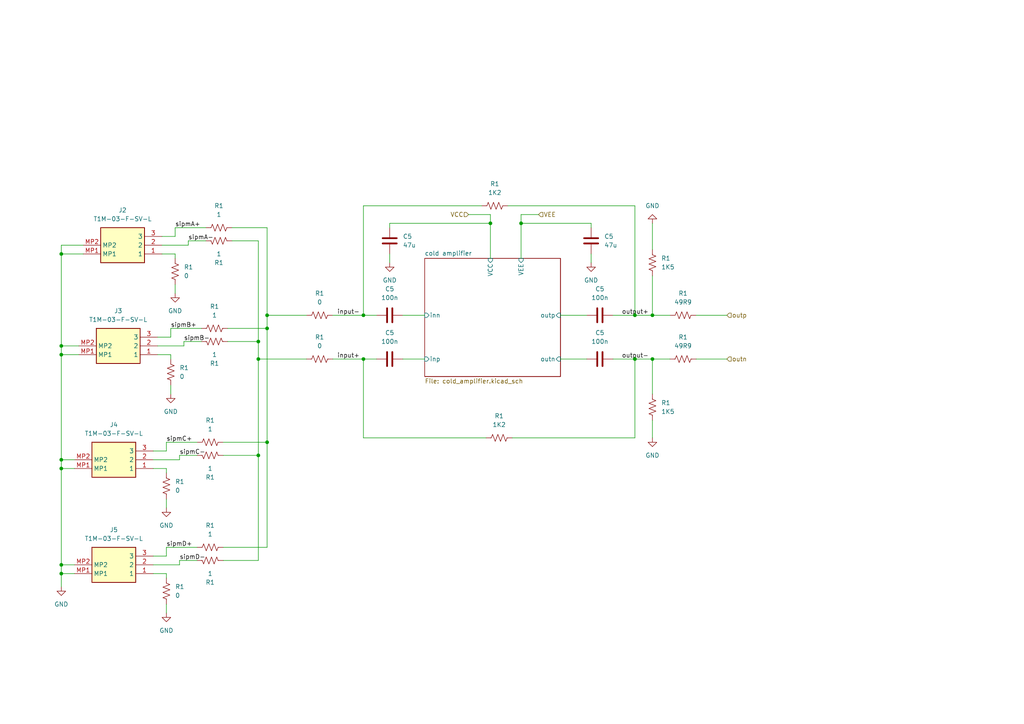
<source format=kicad_sch>
(kicad_sch (version 20230121) (generator eeschema)
  (paper "A4")
  (lib_symbols
    (symbol "Device:C" (pin_numbers hide) (pin_names (offset 0.254))
      (property "Reference" "C" (at 0.635 2.54 0))
      (property "Value" "C" (at 0.635 -2.54 0))
      (symbol "C_0_1"
        (polyline (pts (xy -2.032 -0.762) (xy 2.032 -0.762)) (stroke (width 0.508)))
        (polyline (pts (xy -2.032 0.762) (xy 2.032 0.762)) (stroke (width 0.508)))
      )
      (symbol "C_1_1"
        (pin passive line (at 0 3.81 270) (length 2.794) (name "~") (number "1"))
        (pin passive line (at 0 -3.81 90) (length 2.794) (name "~") (number "2"))
      )
    )
    (symbol "Device:R_US" (pin_numbers hide) (pin_names (offset 0))
      (property "Reference" "R" (at 2.54 0 90))
      (property "Value" "R_US" (at -2.54 0 90))
      (symbol "R_US_0_1"
        (polyline (pts (xy 0 -2.286) (xy 0 -2.54)))
        (polyline (pts (xy 0 2.286) (xy 0 2.54)))
        (polyline (pts (xy 0 -0.762) (xy 1.016 -1.143) (xy 0 -1.524) (xy -1.016 -1.905) (xy 0 -2.286)))
        (polyline (pts (xy 0 0.762) (xy 1.016 0.381) (xy 0 0) (xy -1.016 -0.381) (xy 0 -0.762)))
        (polyline (pts (xy 0 2.286) (xy 1.016 1.905) (xy 0 1.524) (xy -1.016 1.143) (xy 0 0.762)))
      )
      (symbol "R_US_1_1"
        (pin passive line (at 0 3.81 270) (length 1.27) (name "~") (number "1"))
        (pin passive line (at 0 -3.81 90) (length 1.27) (name "~") (number "2"))
      )
    )
    (symbol "ecristal_libraries:T1M-03-F-SV-L"
      (property "Reference" "J" (at 19.05 7.62 0))
      (property "Value" "T1M-03-F-SV-L" (at 19.05 5.08 0))
      (symbol "T1M-03-F-SV-L_1_1"
        (rectangle (start 5.08 2.54) (end 17.78 -7.62) (stroke (width 0.254)) (fill (type background)))
        (pin passive line (at 0 0 0) (length 5.08) (name "1") (number "1"))
        (pin passive line (at 0 -2.54 0) (length 5.08) (name "2") (number "2"))
        (pin passive line (at 0 -5.08 0) (length 5.08) (name "3") (number "3"))
        (pin passive line (at 22.86 0 180) (length 5.08) (name "MP1") (number "MP1"))
        (pin passive line (at 22.86 -2.54 180) (length 5.08) (name "MP2") (number "MP2"))
      )
    )
    (symbol "power:GND" (power) (pin_names (offset 0))
      (property "Value" "GND" (at 0 -3.81 0))
      (symbol "GND_0_1"
        (polyline (pts (xy 0 0) (xy 0 -1.27) (xy 1.27 -1.27) (xy 0 -2.54) (xy -1.27 -1.27) (xy 0 -1.27)))
      )
      (symbol "GND_1_1"
        (pin power_in line (at 0 0 270) (length 0) hide (name "GND") (number "1"))
      )
    )
  )
  (junction (at 105.41 104.14))
  (junction (at 151.13 64.77))
  (junction (at 184.15 104.14))
  (junction (at 74.93 104.14))
  (junction (at 189.23 91.44))
  (junction (at 17.78 163.83))
  (junction (at 17.78 133.35))
  (junction (at 77.47 128.27))
  (junction (at 74.93 99.06))
  (junction (at 17.78 135.89))
  (junction (at 17.78 100.33))
  (junction (at 77.47 91.44))
  (junction (at 74.93 132.08))
  (junction (at 142.24 64.77))
  (junction (at 77.47 95.25))
  (junction (at 17.78 166.37))
  (junction (at 184.15 91.44))
  (junction (at 105.41 91.44))
  (junction (at 17.78 102.87))
  (junction (at 189.23 104.14))
  (junction (at 17.78 73.66))
  (wire (pts (xy 77.47 128.27) (xy 77.47 95.25)))
  (wire (pts (xy 77.47 95.25) (xy 77.47 91.44)))
  (wire (pts (xy 151.13 64.77) (xy 151.13 74.93)))
  (wire (pts (xy 48.26 158.75) (xy 57.15 158.75)))
  (wire (pts (xy 109.22 91.44) (xy 105.41 91.44)))
  (wire (pts (xy 96.52 91.44) (xy 105.41 91.44)))
  (wire (pts (xy 45.72 97.79) (xy 49.53 97.79)))
  (wire (pts (xy 49.53 95.25) (xy 58.42 95.25)))
  (wire (pts (xy 74.93 132.08) (xy 74.93 104.14)))
  (wire (pts (xy 74.93 69.85) (xy 74.93 99.06)))
  (wire (pts (xy 17.78 73.66) (xy 24.13 73.66)))
  (wire (pts (xy 53.34 100.33) (xy 53.34 99.06)))
  (wire (pts (xy 171.45 66.04) (xy 171.45 64.77)))
  (wire (pts (xy 189.23 80.01) (xy 189.23 91.44)))
  (wire (pts (xy 17.78 135.89) (xy 17.78 163.83)))
  (wire (pts (xy 184.15 59.69) (xy 184.15 91.44)))
  (wire (pts (xy 48.26 144.78) (xy 48.26 147.32)))
  (wire (pts (xy 189.23 104.14) (xy 189.23 114.3)))
  (wire (pts (xy 52.07 162.56) (xy 57.15 162.56)))
  (wire (pts (xy 77.47 66.04) (xy 67.31 66.04)))
  (wire (pts (xy 52.07 133.35) (xy 52.07 132.08)))
  (wire (pts (xy 113.03 66.04) (xy 113.03 64.77)))
  (wire (pts (xy 50.8 73.66) (xy 46.99 73.66)))
  (wire (pts (xy 17.78 102.87) (xy 22.86 102.87)))
  (wire (pts (xy 17.78 100.33) (xy 17.78 102.87)))
  (wire (pts (xy 48.26 175.26) (xy 48.26 177.8)))
  (wire (pts (xy 96.52 104.14) (xy 105.41 104.14)))
  (wire (pts (xy 64.77 162.56) (xy 74.93 162.56)))
  (wire (pts (xy 77.47 91.44) (xy 88.9 91.44)))
  (wire (pts (xy 48.26 137.16) (xy 48.26 135.89)))
  (wire (pts (xy 64.77 132.08) (xy 74.93 132.08)))
  (wire (pts (xy 201.93 91.44) (xy 210.82 91.44)))
  (wire (pts (xy 17.78 166.37) (xy 17.78 170.18)))
  (wire (pts (xy 49.53 104.14) (xy 49.53 102.87)))
  (wire (pts (xy 48.26 130.81) (xy 48.26 128.27)))
  (wire (pts (xy 54.61 71.12) (xy 54.61 69.85)))
  (wire (pts (xy 52.07 163.83) (xy 52.07 162.56)))
  (wire (pts (xy 54.61 69.85) (xy 59.69 69.85)))
  (wire (pts (xy 49.53 97.79) (xy 49.53 95.25)))
  (wire (pts (xy 142.24 62.23) (xy 135.89 62.23)))
  (wire (pts (xy 50.8 74.93) (xy 50.8 73.66)))
  (wire (pts (xy 48.26 128.27) (xy 57.15 128.27)))
  (wire (pts (xy 189.23 121.92) (xy 189.23 127)))
  (wire (pts (xy 189.23 64.77) (xy 189.23 72.39)))
  (wire (pts (xy 88.9 104.14) (xy 74.93 104.14)))
  (wire (pts (xy 162.56 91.44) (xy 170.18 91.44)))
  (wire (pts (xy 105.41 127) (xy 105.41 104.14)))
  (wire (pts (xy 77.47 158.75) (xy 77.47 128.27)))
  (wire (pts (xy 48.26 166.37) (xy 44.45 166.37)))
  (wire (pts (xy 116.84 104.14) (xy 123.19 104.14)))
  (wire (pts (xy 189.23 91.44) (xy 194.31 91.44)))
  (wire (pts (xy 21.59 133.35) (xy 17.78 133.35)))
  (wire (pts (xy 49.53 111.76) (xy 49.53 114.3)))
  (wire (pts (xy 50.8 66.04) (xy 59.69 66.04)))
  (wire (pts (xy 148.59 127) (xy 184.15 127)))
  (wire (pts (xy 189.23 104.14) (xy 194.31 104.14)))
  (wire (pts (xy 17.78 100.33) (xy 22.86 100.33)))
  (wire (pts (xy 64.77 158.75) (xy 77.47 158.75)))
  (wire (pts (xy 17.78 133.35) (xy 17.78 135.89)))
  (wire (pts (xy 105.41 91.44) (xy 105.41 59.69)))
  (wire (pts (xy 184.15 104.14) (xy 177.8 104.14)))
  (wire (pts (xy 171.45 64.77) (xy 151.13 64.77)))
  (wire (pts (xy 184.15 104.14) (xy 189.23 104.14)))
  (wire (pts (xy 113.03 73.66) (xy 113.03 76.2)))
  (wire (pts (xy 52.07 132.08) (xy 57.15 132.08)))
  (wire (pts (xy 24.13 71.12) (xy 17.78 71.12)))
  (wire (pts (xy 142.24 74.93) (xy 142.24 64.77)))
  (wire (pts (xy 53.34 99.06) (xy 58.42 99.06)))
  (wire (pts (xy 116.84 91.44) (xy 123.19 91.44)))
  (wire (pts (xy 113.03 64.77) (xy 142.24 64.77)))
  (wire (pts (xy 66.04 95.25) (xy 77.47 95.25)))
  (wire (pts (xy 74.93 162.56) (xy 74.93 132.08)))
  (wire (pts (xy 46.99 68.58) (xy 50.8 68.58)))
  (wire (pts (xy 105.41 104.14) (xy 109.22 104.14)))
  (wire (pts (xy 171.45 73.66) (xy 171.45 76.2)))
  (wire (pts (xy 48.26 135.89) (xy 44.45 135.89)))
  (wire (pts (xy 184.15 91.44) (xy 189.23 91.44)))
  (wire (pts (xy 142.24 64.77) (xy 142.24 62.23)))
  (wire (pts (xy 66.04 99.06) (xy 74.93 99.06)))
  (wire (pts (xy 151.13 62.23) (xy 156.21 62.23)))
  (wire (pts (xy 44.45 163.83) (xy 52.07 163.83)))
  (wire (pts (xy 50.8 68.58) (xy 50.8 66.04)))
  (wire (pts (xy 17.78 163.83) (xy 17.78 166.37)))
  (wire (pts (xy 49.53 102.87) (xy 45.72 102.87)))
  (wire (pts (xy 17.78 73.66) (xy 17.78 100.33)))
  (wire (pts (xy 21.59 163.83) (xy 17.78 163.83)))
  (wire (pts (xy 45.72 100.33) (xy 53.34 100.33)))
  (wire (pts (xy 17.78 71.12) (xy 17.78 73.66)))
  (wire (pts (xy 147.32 59.69) (xy 184.15 59.69)))
  (wire (pts (xy 77.47 91.44) (xy 77.47 66.04)))
  (wire (pts (xy 74.93 69.85) (xy 67.31 69.85)))
  (wire (pts (xy 17.78 166.37) (xy 21.59 166.37)))
  (wire (pts (xy 184.15 91.44) (xy 177.8 91.44)))
  (wire (pts (xy 184.15 127) (xy 184.15 104.14)))
  (wire (pts (xy 44.45 133.35) (xy 52.07 133.35)))
  (wire (pts (xy 48.26 167.64) (xy 48.26 166.37)))
  (wire (pts (xy 48.26 161.29) (xy 48.26 158.75)))
  (wire (pts (xy 17.78 102.87) (xy 17.78 133.35)))
  (wire (pts (xy 44.45 130.81) (xy 48.26 130.81)))
  (wire (pts (xy 105.41 59.69) (xy 139.7 59.69)))
  (wire (pts (xy 151.13 62.23) (xy 151.13 64.77)))
  (wire (pts (xy 74.93 99.06) (xy 74.93 104.14)))
  (wire (pts (xy 50.8 82.55) (xy 50.8 85.09)))
  (wire (pts (xy 46.99 71.12) (xy 54.61 71.12)))
  (wire (pts (xy 17.78 135.89) (xy 21.59 135.89)))
  (wire (pts (xy 64.77 128.27) (xy 77.47 128.27)))
  (wire (pts (xy 201.93 104.14) (xy 210.82 104.14)))
  (wire (pts (xy 162.56 104.14) (xy 170.18 104.14)))
  (wire (pts (xy 44.45 161.29) (xy 48.26 161.29)))
  (wire (pts (xy 140.97 127) (xy 105.41 127)))
  (label "input-" (at 97.79 91.44 0))
  (label "sipmA-" (at 54.61 69.85 0))
  (label "input+" (at 97.79 104.14 0))
  (label "output-" (at 180.34 104.14 0))
  (label "sipmC+" (at 48.26 128.27 0))
  (label "output+" (at 180.34 91.44 0))
  (label "sipmD+" (at 48.26 158.75 0))
  (label "sipmA+" (at 50.8 66.04 0))
  (label "sipmB-" (at 53.34 99.06 0))
  (label "sipmD-" (at 52.07 162.56 0))
  (label "sipmC-" (at 52.07 132.08 0))
  (label "sipmB+" (at 49.53 95.25 0))
  (hierarchical_label "outp" (shape input) (at 210.82 91.44 0))
  (hierarchical_label "outn" (shape input) (at 210.82 104.14 0))
  (hierarchical_label "VEE" (shape input) (at 156.21 62.23 0))
  (hierarchical_label "VCC" (shape input) (at 135.89 62.23 180))
  (symbol (lib_id "Device:R_US") (at 50.8 78.74 180) (unit 1)
    (property "Reference" "R1" (at 53.34 77.47 0) (effects (justify right)))
    (property "Value" "0" (at 53.34 80.01 0) (effects (justify right)))
    (property "Footprint" "Resistor_SMD:R_0805_2012Metric" (effects hide))
    (instances (project "dmem_2V0" (path "" (reference "R1") (unit 1)) (path "" (reference "R34") (unit 1)) (path "" (reference "R47") (unit 1))))
  )
  (symbol (lib_id "Device:C") (at 173.99 104.14 90) (unit 1)
    (property "Reference" "C5" (at 173.99 96.52 90))
    (property "Value" "100n" (at 173.99 99.06 90))
    (property "Footprint" "Capacitor_SMD:C_1206_3216Metric" (effects hide))
    (instances (project "dmem_2V0" (path "" (reference "C5") (unit 1)) (path "" (reference "C22") (unit 1)) (path "" (reference "C32") (unit 1))))
  )
  (symbol (lib_id "Device:R_US") (at 189.23 76.2 0) (unit 1)
    (property "Reference" "R1" (at 191.77 74.93 0) (effects (justify left)))
    (property "Value" "1K5" (at 191.77 77.47 0) (effects (justify left)))
    (property "Footprint" "Resistor_SMD:R_0805_2012Metric" (effects hide))
    (instances (project "dmem_2V0" (path "" (reference "R1") (unit 1)) (path "" (reference "R30") (unit 1)) (path "" (reference "R60") (unit 1))))
  )
  (symbol (lib_id "power:GND") (at 17.78 170.18 0) (unit 1)
    (property "Reference" "#PWR023" (effects hide))
    (property "Value" "GND" (at 17.78 175.26 0))
    (instances (project "dmem_2V0" (path "" (reference "#PWR023") (unit 1)) (path "" (reference "#PWR026") (unit 1))))
  )
  (symbol (lib_id "power:GND") (at 49.53 114.3 0) (unit 1)
    (property "Reference" "#PWR020" (effects hide))
    (property "Value" "GND" (at 49.53 119.38 0))
    (instances (project "dmem_2V0" (path "" (reference "#PWR020") (unit 1)) (path "" (reference "#PWR029") (unit 1))))
  )
  (symbol (lib_id "Device:R_US") (at 92.71 91.44 90) (unit 1)
    (property "Reference" "R1" (at 92.71 85.09 90))
    (property "Value" "0" (at 92.71 87.63 90))
    (property "Footprint" "Resistor_SMD:R_0805_2012Metric" (effects hide))
    (instances (project "dmem_2V0" (path "" (reference "R1") (unit 1)) (path "" (reference "R56") (unit 1)) (path "" (reference "R26") (unit 1))))
  )
  (symbol (lib_id "ecristal_libraries:T1M-03-F-SV-L") (at 44.45 166.37 180) (unit 1)
    (property "Reference" "J5" (at 33.02 153.67 0))
    (property "Value" "T1M-03-F-SV-L" (at 33.02 156.21 0))
    (property "Footprint" "T1M03FSVL" (effects hide))
    (property "Datasheet" "http://suddendocs.samtec.com/prints/t1m-xx-x-sv-l-x-mkt.pdf" (effects hide))
    (property "Height" "5.5" (effects hide))
    (property "Mouser Part Number" "200-T1M03FSVL" (effects hide))
    (property "Mouser Price/Stock" "https://www.mouser.co.uk/ProductDetail/Samtec/T1M-03-F-SV-L?qs=PB6%2FjmICvI1GeF9c7xI%252BBQ%3D%3D" (effects hide))
    (property "Manufacturer_Name" "SAMTEC" (effects hide))
    (property "Manufacturer_Part_Number" "T1M-03-F-SV-L" (effects hide))
    (instances (project "dmem_2V0" (path "" (reference "J5") (unit 1)) (path "" (reference "J7") (unit 1))))
  )
  (symbol (lib_id "ecristal_libraries:T1M-03-F-SV-L") (at 44.45 135.89 180) (unit 1)
    (property "Reference" "J4" (at 33.02 123.19 0))
    (property "Value" "T1M-03-F-SV-L" (at 33.02 125.73 0))
    (property "Footprint" "T1M03FSVL" (effects hide))
    (property "Datasheet" "http://suddendocs.samtec.com/prints/t1m-xx-x-sv-l-x-mkt.pdf" (effects hide))
    (property "Height" "5.5" (effects hide))
    (property "Mouser Part Number" "200-T1M03FSVL" (effects hide))
    (property "Mouser Price/Stock" "https://www.mouser.co.uk/ProductDetail/Samtec/T1M-03-F-SV-L?qs=PB6%2FjmICvI1GeF9c7xI%252BBQ%3D%3D" (effects hide))
    (property "Manufacturer_Name" "SAMTEC" (effects hide))
    (property "Manufacturer_Part_Number" "T1M-03-F-SV-L" (effects hide))
    (instances (project "dmem_2V0" (path "" (reference "J4") (unit 1)) (path "" (reference "J6") (unit 1))))
  )
  (symbol (lib_id "Device:R_US") (at 144.78 127 90) (unit 1)
    (property "Reference" "R1" (at 144.78 120.65 90))
    (property "Value" "1K2" (at 144.78 123.19 90))
    (property "Footprint" "Resistor_SMD:R_0805_2012Metric" (effects hide))
    (instances (project "dmem_2V0" (path "" (reference "R1") (unit 1)) (path "" (reference "R25") (unit 1)) (path "" (reference "R59") (unit 1))))
  )
  (symbol (lib_id "Device:R_US") (at 60.96 128.27 90) (unit 1)
    (property "Reference" "R1" (at 60.96 121.92 90))
    (property "Value" "1" (at 60.96 124.46 90))
    (property "Footprint" "Resistor_SMD:R_0805_2012Metric" (effects hide))
    (instances (project "dmem_2V0" (path "" (reference "R1") (unit 1)) (path "" (reference "R39") (unit 1)) (path "" (reference "R48") (unit 1))))
  )
  (symbol (lib_id "power:GND") (at 48.26 147.32 0) (unit 1)
    (property "Reference" "#PWR021" (effects hide))
    (property "Value" "GND" (at 48.26 152.4 0))
    (instances (project "dmem_2V0" (path "" (reference "#PWR021") (unit 1)) (path "" (reference "#PWR027") (unit 1))))
  )
  (symbol (lib_id "ecristal_libraries:T1M-03-F-SV-L") (at 45.72 102.87 180) (unit 1)
    (property "Reference" "J3" (at 34.29 90.17 0))
    (property "Value" "T1M-03-F-SV-L" (at 34.29 92.71 0))
    (property "Footprint" "T1M03FSVL" (effects hide))
    (property "Datasheet" "http://suddendocs.samtec.com/prints/t1m-xx-x-sv-l-x-mkt.pdf" (effects hide))
    (property "Height" "5.5" (effects hide))
    (property "Mouser Part Number" "200-T1M03FSVL" (effects hide))
    (property "Mouser Price/Stock" "https://www.mouser.co.uk/ProductDetail/Samtec/T1M-03-F-SV-L?qs=PB6%2FjmICvI1GeF9c7xI%252BBQ%3D%3D" (effects hide))
    (property "Manufacturer_Name" "SAMTEC" (effects hide))
    (property "Manufacturer_Part_Number" "T1M-03-F-SV-L" (effects hide))
    (instances (project "dmem_2V0" (path "" (reference "J3") (unit 1)) (path "" (reference "J8") (unit 1))))
  )
  (symbol (lib_id "Device:R_US") (at 143.51 59.69 90) (unit 1)
    (property "Reference" "R1" (at 143.51 53.34 90))
    (property "Value" "1K2" (at 143.51 55.88 90))
    (property "Footprint" "Resistor_SMD:R_0805_2012Metric" (effects hide))
    (instances (project "dmem_2V0" (path "" (reference "R1") (unit 1)) (path "" (reference "R24") (unit 1)) (path "" (reference "R58") (unit 1))))
  )
  (symbol (lib_id "Device:R_US") (at 62.23 95.25 90) (unit 1)
    (property "Reference" "R1" (at 62.23 88.9 90))
    (property "Value" "1" (at 62.23 91.44 90))
    (property "Footprint" "Resistor_SMD:R_0805_2012Metric" (effects hide))
    (instances (project "dmem_2V0" (path "" (reference "R1") (unit 1)) (path "" (reference "R36") (unit 1)) (path "" (reference "R52") (unit 1))))
  )
  (symbol (lib_id "Device:R_US") (at 49.53 107.95 180) (unit 1)
    (property "Reference" "R1" (at 52.07 106.68 0) (effects (justify right)))
    (property "Value" "0" (at 52.07 109.22 0) (effects (justify right)))
    (property "Footprint" "Resistor_SMD:R_0805_2012Metric" (effects hide))
    (instances (project "dmem_2V0" (path "" (reference "R1") (unit 1)) (path "" (reference "R35") (unit 1)) (path "" (reference "R46") (unit 1))))
  )
  (symbol (lib_id "ecristal_libraries:T1M-03-F-SV-L") (at 46.99 73.66 180) (unit 1)
    (property "Reference" "J2" (at 35.56 60.96 0))
    (property "Value" "T1M-03-F-SV-L" (at 35.56 63.5 0))
    (property "Footprint" "T1M03FSVL" (effects hide))
    (property "Datasheet" "http://suddendocs.samtec.com/prints/t1m-xx-x-sv-l-x-mkt.pdf" (effects hide))
    (property "Height" "5.5" (effects hide))
    (property "Mouser Part Number" "200-T1M03FSVL" (effects hide))
    (property "Mouser Price/Stock" "https://www.mouser.co.uk/ProductDetail/Samtec/T1M-03-F-SV-L?qs=PB6%2FjmICvI1GeF9c7xI%252BBQ%3D%3D" (effects hide))
    (property "Manufacturer_Name" "SAMTEC" (effects hide))
    (property "Manufacturer_Part_Number" "T1M-03-F-SV-L" (effects hide))
    (instances (project "dmem_2V0" (path "" (reference "J2") (unit 1)) (path "" (reference "J9") (unit 1))))
  )
  (symbol (lib_id "power:GND") (at 171.45 76.2 0) (unit 1)
    (property "Reference" "#PWR024" (effects hide))
    (property "Value" "GND" (at 171.45 81.28 0))
    (instances (project "dmem_2V0" (path "" (reference "#PWR024") (unit 1)) (path "" (reference "#PWR032") (unit 1))))
  )
  (symbol (lib_id "power:GND") (at 189.23 127 0) (unit 1)
    (property "Reference" "#PWR017" (effects hide))
    (property "Value" "GND" (at 189.23 132.08 0))
    (instances (project "dmem_2V0" (path "" (reference "#PWR017") (unit 1)) (path "" (reference "#PWR034") (unit 1))))
  )
  (symbol (lib_id "Device:C") (at 113.03 91.44 90) (unit 1)
    (property "Reference" "C5" (at 113.03 83.82 90))
    (property "Value" "100n" (at 113.03 86.36 90))
    (property "Footprint" "Capacitor_SMD:C_1206_3216Metric" (effects hide))
    (instances (project "dmem_2V0" (path "" (reference "C5") (unit 1)) (path "" (reference "C23") (unit 1)) (path "" (reference "C28") (unit 1))))
  )
  (symbol (lib_id "Device:R_US") (at 92.71 104.14 90) (unit 1)
    (property "Reference" "R1" (at 92.71 97.79 90))
    (property "Value" "0" (at 92.71 100.33 90))
    (property "Footprint" "Resistor_SMD:R_0805_2012Metric" (effects hide))
    (instances (project "dmem_2V0" (path "" (reference "R1") (unit 1)) (path "" (reference "R27") (unit 1)) (path "" (reference "R57") (unit 1))))
  )
  (symbol (lib_id "Device:C") (at 173.99 91.44 90) (unit 1)
    (property "Reference" "C5" (at 173.99 83.82 90))
    (property "Value" "100n" (at 173.99 86.36 90))
    (property "Footprint" "Capacitor_SMD:C_1206_3216Metric" (effects hide))
    (instances (project "dmem_2V0" (path "" (reference "C5") (unit 1)) (path "" (reference "C21") (unit 1)) (path "" (reference "C31") (unit 1))))
  )
  (symbol (lib_id "Device:R_US") (at 63.5 69.85 270) (mirror x) (unit 1)
    (property "Reference" "R1" (at 63.5 76.2 90))
    (property "Value" "1" (at 63.5 73.66 90))
    (property "Footprint" "Resistor_SMD:R_0805_2012Metric" (effects hide))
    (instances (project "dmem_2V0" (path "" (reference "R1") (unit 1)) (path "" (reference "R33") (unit 1)) (path "" (reference "R55") (unit 1))))
  )
  (symbol (lib_id "Device:R_US") (at 189.23 118.11 0) (unit 1)
    (property "Reference" "R1" (at 191.77 116.84 0) (effects (justify left)))
    (property "Value" "1K5" (at 191.77 119.38 0) (effects (justify left)))
    (property "Footprint" "Resistor_SMD:R_0805_2012Metric" (effects hide))
    (instances (project "dmem_2V0" (path "" (reference "R1") (unit 1)) (path "" (reference "R31") (unit 1)) (path "" (reference "R61") (unit 1))))
  )
  (symbol (lib_id "Device:R_US") (at 60.96 162.56 270) (mirror x) (unit 1)
    (property "Reference" "R1" (at 60.96 168.91 90))
    (property "Value" "1" (at 60.96 166.37 90))
    (property "Footprint" "Resistor_SMD:R_0805_2012Metric" (effects hide))
    (instances (project "dmem_2V0" (path "" (reference "R1") (unit 1)) (path "" (reference "R43") (unit 1)) (path "" (reference "R51") (unit 1))))
  )
  (symbol (lib_id "power:GND") (at 50.8 85.09 0) (unit 1)
    (property "Reference" "#PWR019" (effects hide))
    (property "Value" "GND" (at 50.8 90.17 0))
    (instances (project "dmem_2V0" (path "" (reference "#PWR019") (unit 1)) (path "" (reference "#PWR030") (unit 1))))
  )
  (symbol (lib_id "Device:R_US") (at 60.96 132.08 270) (mirror x) (unit 1)
    (property "Reference" "R1" (at 60.96 138.43 90))
    (property "Value" "1" (at 60.96 135.89 90))
    (property "Footprint" "Resistor_SMD:R_0805_2012Metric" (effects hide))
    (instances (project "dmem_2V0" (path "" (reference "R1") (unit 1)) (path "" (reference "R40") (unit 1)) (path "" (reference "R49") (unit 1))))
  )
  (symbol (lib_id "Device:R_US") (at 63.5 66.04 90) (unit 1)
    (property "Reference" "R1" (at 63.5 59.69 90))
    (property "Value" "1" (at 63.5 62.23 90))
    (property "Footprint" "Resistor_SMD:R_0805_2012Metric" (effects hide))
    (instances (project "dmem_2V0" (path "" (reference "R1") (unit 1)) (path "" (reference "R32") (unit 1)) (path "" (reference "R54") (unit 1))))
  )
  (symbol (lib_id "Device:C") (at 171.45 69.85 180) (unit 1)
    (property "Reference" "C5" (at 175.26 68.58 0) (effects (justify right)))
    (property "Value" "47u" (at 175.26 71.12 0) (effects (justify right)))
    (property "Footprint" "Capacitor_SMD:C_1206_3216Metric" (effects hide))
    (instances (project "dmem_2V0" (path "" (reference "C5") (unit 1)) (path "" (reference "C25") (unit 1)) (path "" (reference "C30") (unit 1))))
  )
  (symbol (lib_id "power:GND") (at 48.26 177.8 0) (unit 1)
    (property "Reference" "#PWR022" (effects hide))
    (property "Value" "GND" (at 48.26 182.88 0))
    (instances (project "dmem_2V0" (path "" (reference "#PWR022") (unit 1)) (path "" (reference "#PWR028") (unit 1))))
  )
  (symbol (lib_id "Device:C") (at 113.03 69.85 180) (unit 1)
    (property "Reference" "C5" (at 116.84 68.58 0) (effects (justify right)))
    (property "Value" "47u" (at 116.84 71.12 0) (effects (justify right)))
    (property "Footprint" "Capacitor_SMD:C_1206_3216Metric" (effects hide))
    (instances (project "dmem_2V0" (path "" (reference "C5") (unit 1)) (path "" (reference "C26") (unit 1)) (path "" (reference "C27") (unit 1))))
  )
  (symbol (lib_id "Device:R_US") (at 48.26 140.97 180) (unit 1)
    (property "Reference" "R1" (at 50.8 139.7 0) (effects (justify right)))
    (property "Value" "0" (at 50.8 142.24 0) (effects (justify right)))
    (property "Footprint" "Resistor_SMD:R_0805_2012Metric" (effects hide))
    (instances (project "dmem_2V0" (path "" (reference "R1") (unit 1)) (path "" (reference "R38") (unit 1)) (path "" (reference "R44") (unit 1))))
  )
  (symbol (lib_id "power:GND") (at 189.23 64.77 180) (unit 1)
    (property "Reference" "#PWR018" (effects hide))
    (property "Value" "GND" (at 189.23 59.69 0))
    (instances (project "dmem_2V0" (path "" (reference "#PWR018") (unit 1)) (path "" (reference "#PWR033") (unit 1))))
  )
  (symbol (lib_id "Device:C") (at 113.03 104.14 90) (unit 1)
    (property "Reference" "C5" (at 113.03 96.52 90))
    (property "Value" "100n" (at 113.03 99.06 90))
    (property "Footprint" "Capacitor_SMD:C_1206_3216Metric" (effects hide))
    (instances (project "dmem_2V0" (path "" (reference "C5") (unit 1)) (path "" (reference "C24") (unit 1)) (path "" (reference "C29") (unit 1))))
  )
  (symbol (lib_id "Device:R_US") (at 198.12 104.14 90) (unit 1)
    (property "Reference" "R1" (at 198.12 97.79 90))
    (property "Value" "49R9" (at 198.12 100.33 90))
    (property "Footprint" "Resistor_SMD:R_0805_2012Metric" (effects hide))
    (instances (project "dmem_2V0" (path "" (reference "R1") (unit 1)) (path "" (reference "R29") (unit 1)) (path "" (reference "R63") (unit 1))))
  )
  (symbol (lib_id "Device:R_US") (at 60.96 158.75 90) (unit 1)
    (property "Reference" "R1" (at 60.96 152.4 90))
    (property "Value" "1" (at 60.96 154.94 90))
    (property "Footprint" "Resistor_SMD:R_0805_2012Metric" (effects hide))
    (instances (project "dmem_2V0" (path "" (reference "R1") (unit 1)) (path "" (reference "R42") (unit 1)) (path "" (reference "R50") (unit 1))))
  )
  (symbol (lib_id "Device:R_US") (at 48.26 171.45 180) (unit 1)
    (property "Reference" "R1" (at 50.8 170.18 0) (effects (justify right)))
    (property "Value" "0" (at 50.8 172.72 0) (effects (justify right)))
    (property "Footprint" "Resistor_SMD:R_0805_2012Metric" (effects hide))
    (instances (project "dmem_2V0" (path "" (reference "R1") (unit 1)) (path "" (reference "R41") (unit 1)) (path "" (reference "R45") (unit 1))))
  )
  (symbol (lib_id "power:GND") (at 113.03 76.2 0) (unit 1)
    (property "Reference" "#PWR025" (effects hide))
    (property "Value" "GND" (at 113.03 81.28 0))
    (instances (project "dmem_2V0" (path "" (reference "#PWR025") (unit 1)) (path "" (reference "#PWR031") (unit 1))))
  )
  (symbol (lib_id "Device:R_US") (at 198.12 91.44 90) (unit 1)
    (property "Reference" "R1" (at 198.12 85.09 90))
    (property "Value" "49R9" (at 198.12 87.63 90))
    (property "Footprint" "Resistor_SMD:R_0805_2012Metric" (effects hide))
    (instances (project "dmem_2V0" (path "" (reference "R1") (unit 1)) (path "" (reference "R28") (unit 1)) (path "" (reference "R62") (unit 1))))
  )
  (symbol (lib_id "Device:R_US") (at 62.23 99.06 270) (mirror x) (unit 1)
    (property "Reference" "R1" (at 62.23 105.41 90))
    (property "Value" "1" (at 62.23 102.87 90))
    (property "Footprint" "Resistor_SMD:R_0805_2012Metric" (effects hide))
    (instances (project "dmem_2V0" (path "" (reference "R1") (unit 1)) (path "" (reference "R37") (unit 1)) (path "" (reference "R53") (unit 1))))
  )
  (sheet (at 123.19 74.93) (size 39.37 34.29) (stroke (width 0.1524))
    (property "Sheetname" "cold amplifier" (at 123.19 74.2184 0) (effects (justify left bottom)))
    (property "Sheetfile" "cold_amplifier.kicad_sch" (at 123.19 109.8046 0) (effects (justify left top)))
    (pin "inn" input (at 123.19 91.44 180))
    (pin "inp" input (at 123.19 104.14 180))
    (pin "VCC" input (at 142.24 74.93 90))
    (pin "VEE" input (at 151.13 74.93 90))
    (pin "outp" input (at 162.56 91.44 0))
    (pin "outn" input (at 162.56 104.14 0))
  )
)
</source>
